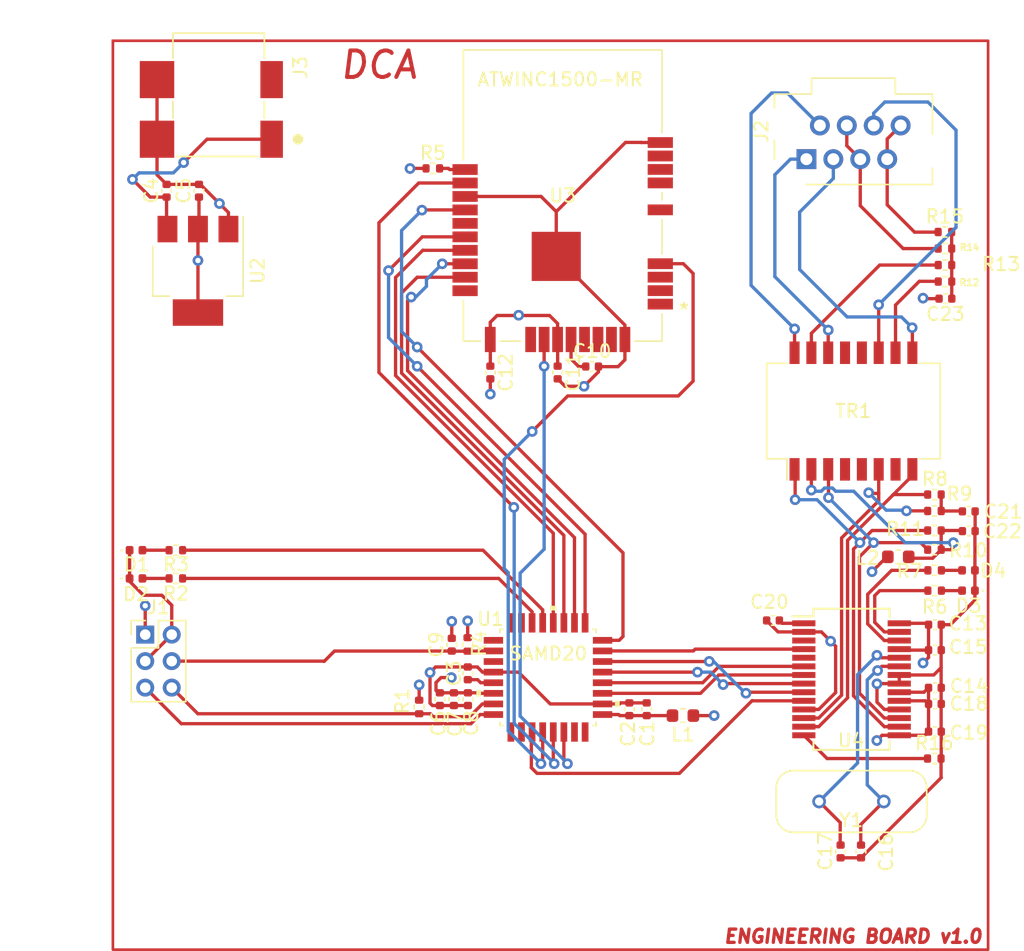
<source format=kicad_pcb>
(kicad_pcb (version 20211014) (generator pcbnew)
  (title_block (title "USMR Engineering Board") (date "2022-11-10") (rev "v1.0") (company "DCA"))
  (layers (0 "F.Cu" signal) (1 "In1.Cu" signal) (2 "In2.Cu" signal) (31 "B.Cu" signal) (34 "B.Paste" user) (35 "F.Paste" user) (36 "B.SilkS" user "B.Silkscreen") (37 "F.SilkS" user "F.Silkscreen") (38 "B.Mask" user) (39 "F.Mask" user) (44 "Edge.Cuts" user))
  (net 0 "")
  (net 1 "Net-(C1-Pad1)")
  (net 2 "GND")
  (net 3 "Net-(C3-Pad1)")
  (net 4 "+5V")
  (net 5 "VDD")
  (net 6 "Net-(C9-Pad1)")
  (net 7 "Net-(C10-Pad1)")
  (net 8 "Net-(C16-Pad2)")
  (net 9 "Net-(C17-Pad2)")
  (net 10 "Net-(C20-Pad1)")
  (net 11 "Net-(C21-Pad1)")
  (net 12 "Net-(C22-Pad1)")
  (net 13 "Net-(C23-Pad1)")
  (net 14 "Net-(D1-Pad2)")
  (net 15 "Net-(D2-Pad2)")
  (net 16 "Net-(D3-Pad2)")
  (net 17 "Net-(D4-Pad2)")
  (net 18 "Net-(J1-Pad5)")
  (net 19 "Net-(J1-Pad6)")
  (net 20 "Net-(J2-Pad1)")
  (net 21 "Net-(J2-Pad2)")
  (net 22 "Net-(J2-Pad3)")
  (net 23 "Net-(J2-Pad4)")
  (net 24 "Net-(J2-Pad6)")
  (net 25 "Net-(J2-Pad7)")
  (net 26 "Net-(R2-Pad2)")
  (net 27 "Net-(R3-Pad2)")
  (net 28 "Net-(R5-Pad2)")
  (net 29 "Net-(R6-Pad1)")
  (net 30 "Net-(R7-Pad2)")
  (net 31 "Net-(R8-Pad1)")
  (net 32 "Net-(R9-Pad2)")
  (net 33 "Net-(R10-Pad1)")
  (net 34 "Net-(R11-Pad2)")
  (net 35 "Net-(R12-Pad1)")
  (net 36 "Net-(R13-Pad1)")
  (net 37 "Net-(R16-Pad1)")
  (net 39 "ENC_EXTINT")
  (net 40 "WINC_EXTINT")
  (net 41 "ENC_RESET")
  (net 42 "WINC_RESET")
  (net 43 "WINC_WAKE")
  (net 44 "WINC_CHIP_EN")
  (net 47 "ENC_MOSI")
  (net 48 "ENC_MISO")
  (net 49 "ENC_SCK")
  (net 50 "ENC_SS")
  (net 53 "WINC_MOSI")
  (net 54 "WINC_MISO")
  (net 55 "WINC_SS")
  (net 61 "WINC_SCK")
  (footprint "Capacitor_SMD:C_0402_1005Metric" (layer "F.Cu") (at 225.56 141.92 -90)
    (fp_text reference "C6")
    (fp_text value "100nF")
  )
  (footprint "Capacitor_SMD:C_0402_1005Metric" (layer "F.Cu") (at 265.47 127.75)
    (fp_text reference "C21")
    (fp_text value "0.1uF")
  )
  (footprint "Capacitor_SMD:C_0402_1005Metric" (layer "F.Cu") (at 262.915 144.37)
    (fp_text reference "C19")
    (fp_text value "100nF")
  )
  (footprint "Transformer_SMD:Transformer_Ethernet_Bourns_PT61017PEL" (layer "F.Cu") (at 256.77 120.18 90)
    (fp_text reference "TR1")
    (fp_text value "1:1CT")
  )
  (footprint "LED_SMD:LED_0402_1005Metric" (layer "F.Cu") (at 202.635 132.81)
    (fp_text reference "D2")
    (fp_text value "LED")
  )
  (footprint "Capacitor_SMD:C_0402_1005Metric" (layer "F.Cu") (at 250.7 135.98 180)
    (fp_text reference "C20")
    (fp_text value "10uF")
  )
  (footprint "Capacitor_SMD:C_0402_1005Metric" (layer "F.Cu") (at 262.915 142.28)
    (fp_text reference "C18")
    (fp_text value "100nF")
  )
  (footprint "LED_SMD:LED_0402_1005Metric" (layer "F.Cu") (at 265.45 133.73 180)
    (fp_text reference "D3")
    (fp_text value "LED")
  )
  (footprint "Resistor_SMD:R_0402_1005Metric" (layer "F.Cu") (at 262.895 133.73)
    (fp_text reference "R6")
    (fp_text value "330Ω")
  )
  (footprint "Resistor_SMD:R_0402_1005Metric" (layer "F.Cu") (at 262.88 126.48)
    (fp_text reference "R8")
    (fp_text value "50Ω")
  )
  (footprint "Capacitor_SMD:C_0402_1005Metric" (layer "F.Cu") (at 241.17 142.68 90)
    (fp_text reference "C1")
    (fp_text value "100nF")
  )
  (footprint "2022-10-03_01-58-55:ATSAMD20E18A-AU" (layer "F.Cu") (at 233.72 140.28 90)
    (fp_text reference "U1")
    (fp_text value "SAMD20")
  )
  (footprint "Capacitor_SMD:C_0402_1005Metric" (layer "F.Cu") (at 262.915 138.22 180)
    (fp_text reference "C15")
    (fp_text value "100nF")
  )
  (footprint "LED_SMD:LED_0402_1005Metric" (layer "F.Cu") (at 202.635 130.68)
    (fp_text reference "D1")
    (fp_text value "LED")
  )
  (footprint "Capacitor_SMD:C_0402_1005Metric" (layer "F.Cu") (at 255.8 153.41 90)
    (fp_text reference "C17")
    (fp_text value "18pF")
  )
  (footprint "Capacitor_SMD:C_0402_1005Metric" (layer "F.Cu") (at 257.34 153.41 90)
    (fp_text reference "C16")
    (fp_text value "18pF")
  )
  (footprint "barrel:CUI_PJ-018H-SMT-TR" (layer "F.Cu") (at 212.87 99.67 -90)
    (fp_text reference "J3")
    (fp_text value "Barrel_Jack_Switch")
  )
  (footprint "Capacitor_SMD:C_0402_1005Metric" (layer "F.Cu") (at 226.62 141.92 -90)
    (fp_text reference "C7")
    (fp_text value "33nF")
  )
  (footprint "Resistor_SMD:R_0402_1005Metric" (layer "F.Cu") (at 263.6725 107.916666)
    (fp_text reference "R14")
    (fp_text value "75Ω")
  )
  (footprint "Package_TO_SOT_SMD:SOT-223-3_TabPin2" (layer "F.Cu") (at 207.308911 109.598819 -90)
    (fp_text reference "U2")
    (fp_text value "LD1117S33TR_SOT223")
  )
  (footprint "Capacitor_SMD:C_0402_1005Metric" (layer "F.Cu") (at 207.385629 103.556271 90)
    (fp_text reference "C5")
    (fp_text value "10uF")
  )
  (footprint "Capacitor_SMD:C_0402_1005Metric" (layer "F.Cu") (at 226.46 137.81 90)
    (fp_text reference "C9")
    (fp_text value "100nF")
  )
  (footprint "Capacitor_SMD:C_0402_1005Metric" (layer "F.Cu") (at 229.37 117.27 -90)
    (fp_text reference "C12")
    (fp_text value "100nF")
  )
  (footprint "Resistor_SMD:R_0402_1005Metric" (layer "F.Cu") (at 262.87 146.4)
    (fp_text reference "R16")
    (fp_text value "2.32kΩ")
  )
  (footprint "Connector_RJ:RJ45_Plug_Metz_AJP92A8813" (layer "F.Cu") (at 253.22 101.171664 90)
    (fp_text reference "J2")
    (fp_text value "RJ45")
  )
  (footprint "Resistor_SMD:R_0402_1005Metric" (layer "F.Cu") (at 224 142.51 -90)
    (fp_text reference "R1")
    (fp_text value "1k")
  )
  (footprint "Capacitor_SMD:C_0402_1005Metric" (layer "F.Cu") (at 265.47 129.24)
    (fp_text reference "C22")
    (fp_text value "0.1uF")
  )
  (footprint "Resistor_SMD:R_0402_1005Metric" (layer "F.Cu") (at 263.675 109.163332)
    (fp_text reference "R13")
    (fp_text value "75Ω")
  )
  (footprint "ATWINK1500REAL:ATWINC1500-MR210PB1961" (layer "F.Cu") (at 234.83 103.92)
    (fp_text reference "U3")
    (fp_text value "ATWINC1500-MR")
  )
  (footprint "Capacitor_SMD:C_0402_1005Metric" (layer "F.Cu") (at 237.05 116.82)
    (fp_text reference "C10")
    (fp_text value "100nF")
  )
  (footprint "Resistor_SMD:R_0402_1005Metric" (layer "F.Cu") (at 263.67 106.67)
    (fp_text reference "R15")
    (fp_text value "75Ω")
  )
  (footprint "Capacitor_SMD:C_0402_1005Metric" (layer "F.Cu") (at 262.915 141.06)
    (fp_text reference "C14")
    (fp_text value "100nF")
  )
  (footprint "Resistor_SMD:R_0402_1005Metric" (layer "F.Cu") (at 262.895 132.2 180)
    (fp_text reference "R7")
    (fp_text value "330Ω")
  )
  (footprint "Resistor_SMD:R_0402_1005Metric" (layer "F.Cu") (at 225.03 101.87)
    (fp_text reference "R5")
    (fp_text value "1M")
  )
  (footprint "Capacitor_SMD:C_0402_1005Metric" (layer "F.Cu") (at 227.68 141.92 -90)
    (fp_text reference "C8")
    (fp_text value "1nF")
  )
  (footprint "Resistor_SMD:R_0402_1005Metric" (layer "F.Cu") (at 262.88 130.64)
    (fp_text reference "R10")
    (fp_text value "50Ω")
  )
  (footprint "Capacitor_SMD:C_0402_1005Metric" (layer "F.Cu") (at 227.67 139.97 90)
    (fp_text reference "C3")
    (fp_text value "1uF")
  )
  (footprint "Resistor_SMD:R_0402_1005Metric" (layer "F.Cu") (at 227.66 137.79 -90)
    (fp_text reference "R4")
    (fp_text value "10k")
  )
  (footprint "Resistor_SMD:R_0402_1005Metric" (layer "F.Cu") (at 263.6775 110.41)
    (fp_text reference "R12")
    (fp_text value "75Ω")
  )
  (footprint "Capacitor_SMD:C_0402_1005Metric" (layer "F.Cu") (at 239.86 142.68 90)
    (fp_text reference "C2")
    (fp_text value "10uF")
  )
  (footprint "Capacitor_SMD:C_0402_1005Metric" (layer "F.Cu") (at 263.71 111.7 180)
    (fp_text reference "C23")
    (fp_text value "1nF")
  )
  (footprint "LED_SMD:LED_0402_1005Metric" (layer "F.Cu") (at 265.45 132.2 180)
    (fp_text reference "D4")
    (fp_text value "LED")
  )
  (footprint "Capacitor_SMD:C_0402_1005Metric" (layer "F.Cu") (at 234.45 117.27 -90)
    (fp_text reference "C11")
    (fp_text value "100nF")
  )
  (footprint "Package_SO:SSOP-28_5.3x10.2mm_P0.65mm" (layer "F.Cu") (at 256.625 140.42)
    (fp_text reference "U4")
    (fp_text value "ENC28J60")
  )
  (footprint "Connector_PinHeader_2.00mm:PinHeader_2x03_P2.00mm_Vertical" (layer "F.Cu") (at 203.33 137.05)
    (fp_text reference "J1")
    (fp_text value "Conn_02x03_Counter_Clockwise")
  )
  (footprint "Inductor_SMD:L_0603_1608Metric" (layer "F.Cu") (at 260.1525 131.18 180)
    (fp_text reference "L2")
    (fp_text value "10uH")
  )
  (footprint "Resistor_SMD:R_0402_1005Metric" (layer "F.Cu") (at 262.88 127.72 180)
    (fp_text reference "R9")
    (fp_text value "50Ω")
  )
  (footprint "Capacitor_SMD:C_0402_1005Metric" (layer "F.Cu") (at 262.915 136.3 180)
    (fp_text reference "C13")
    (fp_text value "100nF")
  )
  (footprint "Resistor_SMD:R_0402_1005Metric" (layer "F.Cu") (at 205.64 132.81)
    (fp_text reference "R2")
    (fp_text value "330")
  )
  (footprint "Inductor_SMD:L_0603_1608Metric" (layer "F.Cu") (at 243.9025 143.16 180)
    (fp_text reference "L1")
    (fp_text value "10uH")
  )
  (footprint "osc:XTAL_ECS-160-20-4X" (layer "F.Cu") (at 256.62 149.64)
    (fp_text reference "Y1")
    (fp_text value "25MHz")
  )
  (footprint "Resistor_SMD:R_0402_1005Metric" (layer "F.Cu") (at 262.88 129.193332 180)
    (fp_text reference "R11")
    (fp_text value "50Ω")
  )
  (footprint "Capacitor_SMD:C_0402_1005Metric" (layer "F.Cu") (at 204.939984 103.556271 90)
    (fp_text reference "C4")
    (fp_text value "0.1uF")
  )
  (footprint "Resistor_SMD:R_0402_1005Metric" (layer "F.Cu") (at 205.64 130.68)
    (fp_text reference "R3")
    (fp_text value "330")
  )
  (gr_rect (start 200.89 92.24) (end 266.93 160.82) (layer "F.Cu") (width 0.2) (fill none))
  (gr_text "DCA" (at 220.95 94.06) (layer "F.Cu") (effects (font (size 2 2) (thickness 0.3) italic)))
  (gr_text "ENGINEERING BOARD v1.0\n" (at 256.75 159.82) (layer "F.Cu") (effects (font (size 1 1) (thickness 0.25) italic)))
  (segment (start 243.115 143.16) (end 241.17 143.16) (width 0.25) (layer "F.Cu") (net 1))
  (segment (start 239.05 143.08) (end 237.838999 143.079999) (width 0.25) (layer "F.Cu") (net 1))
  (segment (start 239.13 143.16) (end 239.05 143.08) (width 0.25) (layer "F.Cu") (net 1))
  (segment (start 241.17 143.16) (end 239.86 143.16) (width 0.25) (layer "F.Cu") (net 1))
  (segment (start 239.86 143.16) (end 239.13 143.16) (width 0.25) (layer "F.Cu") (net 1))
  (segment (start 234.45 117.75) (end 235.01 118.31) (width 0.25) (layer "F.Cu") (net 2))
  (segment (start 236.44 118.31) (end 237.53 117.22) (width 0.25) (layer "F.Cu") (net 2))
  (segment (start 250.22 135.98) (end 250.22 135.987609) (width 0.25) (layer "F.Cu") (net 2))
  (segment (start 260.225 140.745) (end 258.56 140.745) (width 0.25) (layer "F.Cu") (net 2))
  (segment (start 204.58 134.08) (end 205.34 134.84) (width 0.25) (layer "F.Cu") (net 2))
  (segment (start 260.225 140.095) (end 262.83 140.095) (width 0.25) (layer "F.Cu") (net 2))
  (segment (start 263.385 139.54) (end 263.385 141.06) (width 0.25) (layer "F.Cu") (net 2))
  (segment (start 260.225 140.095) (end 260.225 140.745) (width 0.25) (layer "F.Cu") (net 2))
  (segment (start 205.33 137.05) (end 205.33 134.85) (width 0.25) (layer "F.Cu") (net 2))
  (segment (start 239.21 142.2) (end 239.13 142.28) (width 0.25) (layer "F.Cu") (net 2))
  (segment (start 253.025 142.695) (end 254.15 142.695) (width 0.25) (layer "F.Cu") (net 2))
  (segment (start 260.225 142.695) (end 259.1 142.695) (width 0.25) (layer "F.Cu") (net 2))
  (segment (start 207.385629 103.076271) (end 207.486363 103.076271) (width 0.25) (layer "F.Cu") (net 2))
  (segment (start 263.38 146.4) (end 263.38 147.827609) (width 0.25) (layer "F.Cu") (net 2))
  (segment (start 264.085 136.3) (end 263.395 136.3) (width 0.25) (layer "F.Cu") (net 2))
  (segment (start 263.385 138.22) (end 263.385 139.54) (width 0.25) (layer "F.Cu") (net 2))
  (segment (start 239.86 142.2) (end 239.21 142.2) (width 0.25) (layer "F.Cu") (net 2))
  (segment (start 263.385 141.06) (end 263.385 142.28) (width 0.25) (layer "F.Cu") (net 2))
  (segment (start 224.82 139.91) (end 225.24 139.49) (width 0.25) (layer "F.Cu") (net 2))
  (segment (start 226.46 137.33) (end 226.46 136.05) (width 0.25) (layer "F.Cu") (net 2))
  (segment (start 227.68 142.4) (end 226.62 142.4) (width 0.25) (layer "F.Cu") (net 2))
  (segment (start 240.754 99.91) (end 239.57 99.91) (width 0.25) (layer "F.Cu") (net 2))
  (segment (start 202.15 133.03) (end 203.2 134.08) (width 0.25) (layer "F.Cu") (net 2))
  (segment (start 251.077391 136.845) (end 253.025 136.845) (width 0.25) (layer "F.Cu") (net 2))
  (segment (start 224.82 142.22) (end 224.82 139.91) (width 0.25) (layer "F.Cu") (net 2))
  (segment (start 206.236271 103.076271) (end 207.385629 103.076271) (width 0.25) (layer "F.Cu") (net 2))
  (segment (start 263.23 111.7) (end 262.06 111.7) (width 0.25) (layer "F.Cu") (net 2))
  (segment (start 233.198 103.988) (end 234.345 105.135) (width 0.25) (layer "F.Cu") (net 2))
  (segment (start 235.01 118.31) (end 236.44 118.31) (width 0.25) (layer "F.Cu") (net 2))
  (segment (start 205.33 134.85) (end 205.34 134.84) (width 0.25) (layer "F.Cu") (net 2))
  (segment (start 263.395 146.385) (end 263.38 146.4) (width 0.25) (layer "F.Cu") (net 2))
  (segment (start 254.35 136.845) (end 253.025 136.845) (width 0.25) (layer "F.Cu") (net 2))
  (segment (start 237.53 117.22) (end 237.53 116.82) (width 0.25) (layer "F.Cu") (net 2))
  (segment (start 263.38 147.827609) (end 263.395 147.842609) (width 0.25) (layer "F.Cu") (net 2))
  (segment (start 202.15 132.81) (end 202.15 133.03) (width 0.25) (layer "F.Cu") (net 2))
  (segment (start 229.601001 139.880001) (end 231.490001 139.880001) (width 0.25) (layer "F.Cu") (net 2))
  (segment (start 239.57 99.91) (end 234.345 105.135) (width 0.25) (layer "F.Cu") (net 2))
  (segment (start 263.385 136.3) (end 263.385 138.22) (width 0.25) (layer "F.Cu") (net 2))
  (segment (start 255.425 137.92) (end 254.35 136.845) (width 0.25) (layer "F.Cu") (net 2))
  (segment (start 204.22 102.356287) (end 204.939984 103.076271) (width 0.25) (layer "F.Cu") (net 2))
  (segment (start 257.34 153.89) (end 257.347609 153.89) (width 0.25) (layer "F.Cu") (net 2))
  (segment (start 262.83 140.095) (end 263.385 139.54) (width 0.25) (layer "F.Cu") (net 2))
  (segment (start 237.53 116.82) (end 237.54 116.83) (width 0.25) (layer "F.Cu") (net 2))
  (segment (start 265.935 133.73) (end 265.935 134.45) (width 0.25) (layer "F.Cu") (net 2))
  (segment (start 255.8 153.89) (end 257.34 153.89) (width 0.25) (layer "F.Cu") (net 2))
  (segment (start 239.525 114.780001) (end 239.525 113.69) (width 0.25) (layer "F.Cu") (net 2))
  (segment (start 234.345 105.135) (end 234.345 108.51) (width 0.25) (layer "F.Cu") (net 2))
  (segment (start 227.464998 103.988) (end 233.198 103.988) (width 0.25) (layer "F.Cu") (net 2))
  (segment (start 239.01 116.83) (end 239.525 116.315) (width 0.25) (layer "F.Cu") (net 2))
  (segment (start 265.935 132.2) (end 265.935 129.255) (width 0.25) (layer "F.Cu") (net 2))
  (segment (start 225.24 139.49) (end 227.68 139.49) (width 0.25) (layer "F.Cu") (net 2))
  (segment (start 228.39 139.49) (end 227.68 139.49) (width 0.25) (layer "F.Cu") (net 2))
  (segment (start 265.935 134.45) (end 264.085 136.3) (width 0.25) (layer "F.Cu") (net 2))
  (segment (start 259.1 142.695) (end 258.545 142.14) (width 0.25) (layer "F.Cu") (net 2))
  (segment (start 263.385 142.28) (end 263.385 144.37) (width 0.25) (layer "F.Cu") (net 2))
  (segment (start 203.2 134.08) (end 204.58 134.08) (width 0.25) (layer "F.Cu") (net 2))
  (segment (start 229.601001 139.880001) (end 228.780001 139.880001) (width 0.25) (layer "F.Cu") (net 2))
  (segment (start 239.525 113.69) (end 234.345 108.51) (width 0.25) (layer "F.Cu") (net 2))
  (segment (start 258.56 140.745) (end 258.545 140.76) (width 0.25) (layer "F.Cu") (net 2))
  (segment (start 263.395 144.37) (end 263.395 146.385) (width 0.25) (layer "F.Cu") (net 2))
  (segment (start 255.425 141.42) (end 255.425 137.92) (width 0.25) (layer "F.Cu") (net 2))
  (segment (start 265.935 132.2) (end 265.935 133.73) (width 0.25) (layer "F.Cu") (net 2))
  (segment (start 225.56 142.4) (end 225 142.4) (width 0.25) (layer "F.Cu") (net 2))
  (segment (start 209.608911 105.198819) (end 209.608911 106.448819) (width 0.25) (layer "F.Cu") (net 2))
  (segment (start 239.525 116.315) (end 239.525 114.780001) (width 0.25) (layer "F.Cu") (net 2))
  (segment (start 228.780001 139.880001) (end 228.39 139.49) (width 0.25) (layer "F.Cu") (net 2))
  (segment (start 250.22 135.987609) (end 251.077391 136.845) (width 0.25) (layer "F.Cu") (net 2))
  (segment (start 226.62 142.4) (end 225.56 142.4) (width 0.25) (layer "F.Cu") (net 2))
  (segment (start 265.935 129.255) (end 265.95 129.24) (width 0.25) (layer "F.Cu") (net 2))
  (segment (start 265.95 127.75) (end 265.95 129.24) (width 0.25) (layer "F.Cu") (net 2))
  (segment (start 229.37 117.75) (end 229.37 118.9) (width 0.25) (layer "F.Cu") (net 2))
  (segment (start 240.762 99.918) (end 240.754 99.91) (width 0.25) (layer "F.Cu") (net 2))
  (segment (start 257.347609 153.89) (end 263.395 147.842609) (width 0.25) (layer "F.Cu") (net 2))
  (segment (start 208.930046 104.519954) (end 209.608911 105.198819) (width 0.25) (layer "F.Cu") (net 2))
  (segment (start 204.939984 103.076271) (end 206.236271 103.076271) (width 0.25) (layer "F.Cu") (net 2))
  (segment (start 237.838999 142.280001) (end 233.890001 142.280001) (width 0.25) (layer "F.Cu") (net 2))
  (segment (start 202.15 132.81) (end 202.15 130.68) (width 0.25) (layer "F.Cu") (net 2))
  (segment (start 204.22 95.17) (end 204.22 99.67) (width 0.25) (layer "F.Cu") (net 2))
  (segment (start 204.22 99.67) (end 204.22 102.356287) (width 0.25) (layer "F.Cu") (net 2))
  (segment (start 225 142.4) (end 224.82 142.22) (width 0.25) (layer "F.Cu") (net 2))
  (segment (start 241.17 142.2) (end 239.86 142.2) (width 0.25) (layer "F.Cu") (net 2))
  (segment (start 242.195002 99.918) (end 240.762 99.918) (width 0.25) (layer "F.Cu") (net 2))
  (segment (start 258.545 142.14) (end 258.545 140.76) (width 0.25) (layer "F.Cu") (net 2))
  (segment (start 262.06 111.7) (end 262.02 111.66) (width 0.25) (layer "F.Cu") (net 2))
  (segment (start 233.890001 142.280001) (end 231.490001 139.880001) (width 0.25) (layer "F.Cu") (net 2))
  (segment (start 239.13 142.28) (end 237.838999 142.280001) (width 0.25) (layer "F.Cu") (net 2))
  (segment (start 237.54 116.83) (end 239.01 116.83) (width 0.25) (layer "F.Cu") (net 2))
  (segment (start 254.15 142.695) (end 255.425 141.42) (width 0.25) (layer "F.Cu") (net 2))
  (segment (start 207.486363 103.076271) (end 208.930046 104.519954) (width 0.25) (layer "F.Cu") (net 2))
  (segment (start 203.33 139.05) (end 205.33 137.05) (width 0.25) (layer "F.Cu") (net 2))
  (via (at 236.44 118.31) (size 0.8) (drill 0.4) (layers "F.Cu" "B.Cu") (net 2))
  (via (at 229.37 118.9) (size 0.8) (drill 0.4) (layers "F.Cu" "B.Cu") (net 2))
  (via (at 208.930046 104.519954) (size 0.8) (drill 0.4) (layers "F.Cu" "B.Cu") (net 2))
  (via (at 224.82 139.91) (size 0.8) (drill 0.4) (layers "F.Cu" "B.Cu") (net 2))
  (via (at 226.46 136.05) (size 0.8) (drill 0.4) (layers "F.Cu" "B.Cu") (net 2))
  (via (at 255.0475 137.5425) (size 0.8) (drill 0.4) (layers "F.Cu" "B.Cu") (net 2))
  (via (at 262.02 111.66) (size 0.8) (drill 0.4) (layers "F.Cu" "B.Cu") (net 2))
  (via (at 258.545 140.76) (size 0.8) (drill 0.4) (layers "F.Cu" "B.Cu") (net 2))
  (segment (start 228.639999 140.679999) (end 228.41 140.45) (width 0.25) (layer "F.Cu") (net 3))
  (segment (start 228.41 140.45) (end 227.68 140.45) (width 0.25) (layer "F.Cu") (net 3))
  (segment (start 229.601001 140.679999) (end 228.639999 140.679999) (width 0.25) (layer "F.Cu") (net 3))
  (segment (start 207.99 99.67) (end 206.23 101.43) (width 0.25) (layer "F.Cu") (net 4))
  (segment (start 202.37 102.7) (end 203.706271 104.036271) (width 0.25) (layer "F.Cu") (net 4))
  (segment (start 203.706271 104.036271) (end 204.939984 104.036271) (width 0.25) (layer "F.Cu") (net 4))
  (segment (start 204.939984 106.379892) (end 205.008911 106.448819) (width 0.25) (layer "F.Cu") (net 4))
  (segment (start 204.939984 104.036271) (end 204.939984 106.379892) (width 0.25) (layer "F.Cu") (net 4))
  (segment (start 212.87 99.67) (end 207.99 99.67) (width 0.25) (layer "F.Cu") (net 4))
  (via (at 206.23 101.43) (size 0.8) (drill 0.4) (layers "F.Cu" "B.Cu") (net 4))
  (via (at 202.37 102.7) (size 0.8) (drill 0.4) (layers "F.Cu" "B.Cu") (net 4))
  (segment (start 205.45 102.21) (end 202.91 102.21) (width 0.25) (layer "B.Cu") (net 4))
  (segment (start 202.91 102.21) (end 202.86 102.21) (width 0.25) (layer "B.Cu") (net 4))
  (segment (start 206.23 101.43) (end 205.45 102.21) (width 0.25) (layer "B.Cu") (net 4))
  (segment (start 202.86 102.21) (end 202.37 102.7) (width 0.25) (layer "B.Cu") (net 4))
  (segment (start 234.45 116.79) (end 234.45 114.785001) (width 0.25) (layer "F.Cu") (net 5))
  (segment (start 227.68 141.44) (end 226.62 141.44) (width 0.25) (layer "F.Cu") (net 5))
  (segment (start 225.45 141.44) (end 225.27 141.26) (width 0.25) (layer "F.Cu") (net 5))
  (segment (start 262.425 141.06) (end 262.09 141.395) (width 0.25) (layer "F.Cu") (net 5))
  (segment (start 262.09 141.395) (end 260.225 141.395) (width 0.25) (layer "F.Cu") (net 5))
  (segment (start 262.425 136.3) (end 262.32 136.195) (width 0.25) (layer "F.Cu") (net 5))
  (segment (start 223.32 101.87) (end 223.31 101.88) (width 0.25) (layer "F.Cu") (net 5))
  (segment (start 262.435 138.22) (end 262.435 138.775) (width 0.25) (layer "F.Cu") (net 5))
  (segment (start 226.62 141.44) (end 225.56 141.44) (width 0.25) (layer "F.Cu") (net 5))
  (segment (start 260.3 138.22) (end 260.225 138.145) (width 0.25) (layer "F.Cu") (net 5))
  (segment (start 262.15 144.645) (end 260.225 144.645) (width 0.25) (layer "F.Cu") (net 5))
  (segment (start 258.93 144.645) (end 258.535 145.04) (width 0.25) (layer "F.Cu") (net 5))
  (segment (start 225.27 140.67) (end 225.65 140.29) (width 0.25) (layer "F.Cu") (net 5))
  (segment (start 262.32 136.195) (end 260.225 136.195) (width 0.25) (layer "F.Cu") (net 5))
  (segment (start 228.39 141.48) (end 228.35 141.44) (width 0.25) (layer "F.Cu") (net 5))
  (segment (start 231.55 112.95) (end 231.57 112.97) (width 0.25) (layer "F.Cu") (net 5))
  (segment (start 244.69 143.16) (end 246.26 143.16) (width 0.25) (layer "F.Cu") (net 5))
  (segment (start 262.435 136.3) (end 262.435 138.22) (width 0.25) (layer "F.Cu") (net 5))
  (segment (start 229.601001 141.48) (end 228.39 141.48) (width 0.25) (layer "F.Cu") (net 5))
  (segment (start 207.308911 112.748819) (end 207.308911 108.818911) (width 0.25) (layer "F.Cu") (net 5))
  (segment (start 225.27 141.26) (end 225.27 140.67) (width 0.25) (layer "F.Cu") (net 5))
  (segment (start 229.37 114.785001) (end 229.365 114.780001) (width 0.25) (layer "F.Cu") (net 5))
  (segment (start 227.66 137.28) (end 227.66 136.01) (width 0.25) (layer "F.Cu") (net 5))
  (segment (start 262.425 144.37) (end 262.15 144.645) (width 0.25) (layer "F.Cu") (net 5))
  (segment (start 234.445 114.780001) (end 234.445 113.577501) (width 0.25) (layer "F.Cu") (net 5))
  (segment (start 231.57 112.97) (end 229.88 112.97) (width 0.25) (layer "F.Cu") (net 5))
  (segment (start 231.51 112.95) (end 231.55 112.95) (width 0.25) (layer "F.Cu") (net 5))
  (segment (start 262.435 138.775) (end 262.02 139.19) (width 0.25) (layer "F.Cu") (net 5))
  (segment (start 262.425 142.28) (end 262.19 142.045) (width 0.25) (layer "F.Cu") (net 5))
  (segment (start 203.33 137.05) (end 203.33 134.87) (width 0.25) (layer "F.Cu") (net 5))
  (segment (start 234.445 113.577501) (end 233.837499 112.97) (width 0.25) (layer "F.Cu") (net 5))
  (segment (start 229.88 112.97) (end 229.365 113.485) (width 0.25) (layer "F.Cu") (net 5))
  (segment (start 233.837499 112.97) (end 231.57 112.97) (width 0.25) (layer "F.Cu") (net 5))
  (segment (start 259.29 131.18) (end 258.17 132.3) (width 0.25) (layer "F.Cu") (net 5))
  (segment (start 234.45 114.785001) (end 234.445 114.780001) (width 0.25) (layer "F.Cu") (net 5))
  (segment (start 229.37 116.79) (end 229.37 114.785001) (width 0.25) (layer "F.Cu") (net 5))
  (segment (start 262.425 138.22) (end 260.3 138.22) (width 0.25) (layer "F.Cu") (net 5))
  (segment (start 224.52 101.87) (end 223.32 101.87) (width 0.25) (layer "F.Cu") (net 5))
  (segment (start 262.435 142.28) (end 262.435 144.37) (width 0.25) (layer "F.Cu") (net 5))
  (segment (start 228.35 141.44) (end 227.68 141.44) (width 0.25) (layer "F.Cu") (net 5))
  (segment (start 225.56 141.44) (end 225.45 141.44) (width 0.25) (layer "F.Cu") (net 5))
  (segment (start 259.365 131.18) (end 259.29 131.18) (width 0.25) (layer "F.Cu") (net 5))
  (segment (start 207.385629 106.372101) (end 207.308911 106.448819) (width 0.25) (layer "F.Cu") (net 5))
  (segment (start 229.365 113.485) (end 229.365 114.780001) (width 0.25) (layer "F.Cu") (net 5))
  (segment (start 260.225 144.645) (end 258.93 144.645) (width 0.25) (layer "F.Cu") (net 5))
  (segment (start 262.435 141.06) (end 262.435 142.28) (width 0.25) (layer "F.Cu") (net 5))
  (segment (start 262.19 142.045) (end 260.225 142.045) (width 0.25) (layer "F.Cu") (net 5))
  (segment (start 207.308911 108.818911) (end 207.308911 106.448819) (width 0.25) (layer "F.Cu") (net 5))
  (segment (start 224 142) (end 224 140.84) (width 0.25) (layer "F.Cu") (net 5))
  (segment (start 225.65 140.29) (end 226.43 140.29) (width 0.25) (layer "F.Cu") (net 5))
  (segment (start 207.385629 104.036271) (end 207.385629 106.372101) (width 0.25) (layer "F.Cu") (net 5))
  (via (at 262.02 139.19) (size 0.8) (drill 0.4) (layers "F.Cu" "B.Cu") (net 5))
  (via (at 223.31 101.88) (size 0.8) (drill 0.4) (layers "F.Cu" "B.Cu") (net 5))
  (via (at 258.17 132.3) (size 0.8) (drill 0.4) (layers "F.Cu" "B.Cu") (net 5))
  (via (at 246.26 143.16) (size 0.8) (drill 0.4) (layers "F.Cu" "B.Cu") (net 5))
  (via (at 231.51 112.95) (size 0.8) (drill 0.4) (layers "F.Cu" "B.Cu") (net 5))
  (via (at 258.535 145.04) (size 0.8) (drill 0.4) (layers "F.Cu" "B.Cu") (net 5))
  (via (at 207.308911 108.818911) (size 0.8) (drill 0.4) (layers "F.Cu" "B.Cu") (net 5))
  (via (at 224 140.84) (size 0.8) (drill 0.4) (layers "F.Cu" "B.Cu") (net 5))
  (via (at 227.66 136.01) (size 0.8) (drill 0.4) (layers "F.Cu" "B.Cu") (net 5))
  (via (at 226.43 140.29) (size 0.8) (drill 0.4) (layers "F.Cu" "B.Cu") (net 5))
  (via (at 203.33 134.87) (size 0.8) (drill 0.4) (layers "F.Cu" "B.Cu") (net 5))
  (segment (start 228.4 138.3) (end 227.66 138.3) (width 0.25) (layer "F.Cu") (net 6))
  (segment (start 228.420001 138.279999) (end 228.4 138.3) (width 0.25) (layer "F.Cu") (net 6))
  (segment (start 217.61 138.29) (end 216.83 139.07) (width 0.25) (layer "F.Cu") (net 6))
  (segment (start 226.47 138.3) (end 226.46 138.29) (width 0.25) (layer "F.Cu") (net 6))
  (segment (start 226.46 138.29) (end 217.61 138.29) (width 0.25) (layer "F.Cu") (net 6))
  (segment (start 216.81 139.05) (end 205.33 139.05) (width 0.25) (layer "F.Cu") (net 6))
  (segment (start 229.601001 138.279999) (end 228.420001 138.279999) (width 0.25) (layer "F.Cu") (net 6))
  (segment (start 216.83 139.07) (end 216.81 139.05) (width 0.25) (layer "F.Cu") (net 6))
  (segment (start 227.66 138.3) (end 226.47 138.3) (width 0.25) (layer "F.Cu") (net 6))
  (segment (start 235.461 116.251) (end 235.461 114.780001) (width 0.25) (layer "F.Cu") (net 7))
  (segment (start 236.03 116.82) (end 235.461 116.251) (width 0.25) (layer "F.Cu") (net 7))
  (segment (start 236.57 116.82) (end 236.03 116.82) (width 0.25) (layer "F.Cu") (net 7))
  (segment (start 257.32 152.91) (end 257.34 152.93) (width 0.25) (layer "F.Cu") (net 8))
  (segment (start 258.905 139.445) (end 258.59 139.76) (width 0.25) (layer "F.Cu") (net 8))
  (segment (start 257.32 151.38) (end 257.32 152.91) (width 0.25) (layer "F.Cu") (net 8))
  (segment (start 260.225 139.445) (end 258.905 139.445) (width 0.25) (layer "F.Cu") (net 8))
  (segment (start 259.06 149.64) (end 257.32 151.38) (width 0.25) (layer "F.Cu") (net 8))
  (via (at 258.59 139.76) (size 0.8) (drill 0.4) (layers "F.Cu" "B.Cu") (net 8))
  (segment (start 257.81 140.469695) (end 257.81 148.39) (width 0.25) (layer "B.Cu") (net 8))
  (segment (start 258.519695 139.76) (end 257.81 140.469695) (width 0.25) (layer "B.Cu") (net 8))
  (segment (start 258.59 139.76) (end 258.519695 139.76) (width 0.25) (layer "B.Cu") (net 8))
  (segment (start 257.81 148.39) (end 259.06 149.64) (width 0.25) (layer "B.Cu") (net 8))
  (segment (start 258.725 138.795) (end 258.54 138.61) (width 0.25) (layer "F.Cu") (net 9))
  (segment (start 255.77 152.9) (end 255.8 152.93) (width 0.25) (layer "F.Cu") (net 9))
  (segment (start 260.225 138.795) (end 258.725 138.795) (width 0.25) (layer "F.Cu") (net 9))
  (segment (start 255.77 151.23) (end 255.77 152.9) (width 0.25) (layer "F.Cu") (net 9))
  (segment (start 254.18 149.64) (end 255.77 151.23) (width 0.25) (layer "F.Cu") (net 9))
  (via (at 258.54 138.61) (size 0.8) (drill 0.4) (layers "F.Cu" "B.Cu") (net 9))
  (segment (start 257.08 140.07) (end 257.08 146.74) (width 0.25) (layer "B.Cu") (net 9))
  (segment (start 258.54 138.61) (end 257.08 140.07) (width 0.25) (layer "B.Cu") (net 9))
  (segment (start 257.08 146.74) (end 254.18 149.64) (width 0.25) (layer "B.Cu") (net 9))
  (segment (start 251.395 136.195) (end 251.18 135.98) (width 0.25) (layer "F.Cu") (net 10))
  (segment (start 253.025 136.195) (end 251.395 136.195) (width 0.25) (layer "F.Cu") (net 10))
  (segment (start 264.96 127.72) (end 264.99 127.75) (width 0.25) (layer "F.Cu") (net 11))
  (segment (start 263.39 126.48) (end 263.39 127.72) (width 0.25) (layer "F.Cu") (net 11))
  (segment (start 263.39 127.72) (end 264.96 127.72) (width 0.25) (layer "F.Cu") (net 11))
  (segment (start 263.39 129.193332) (end 264.943332 129.193332) (width 0.25) (layer "F.Cu") (net 12))
  (segment (start 264.11 130.64) (end 263.39 130.64) (width 0.25) (layer "F.Cu") (net 12))
  (segment (start 264.943332 129.193332) (end 264.99 129.24) (width 0.25) (layer "F.Cu") (net 12))
  (segment (start 253.595 126.1405) (end 253.595 124.58) (width 0.25) (layer "F.Cu") (net 12))
  (segment (start 263.39 129.193332) (end 263.39 130.64) (width 0.25) (layer "F.Cu") (net 12))
  (segment (start 261.045 131.285) (end 260.94 131.18) (width 0.25) (layer "F.Cu") (net 12))
  (segment (start 263.39 130.64) (end 262.745 131.285) (width 0.25) (layer "F.Cu") (net 12))
  (segment (start 264.31 130.44) (end 264.11 130.64) (width 0.25) (layer "F.Cu") (net 12))
  (segment (start 253.59 126.1455) (end 253.595 126.1405) (width 0.25) (layer "F.Cu") (net 12))
  (segment (start 264.31 130.11) (end 264.31 130.44) (width 0.25) (layer "F.Cu") (net 12))
  (segment (start 262.745 131.285) (end 261.045 131.285) (width 0.25) (layer "F.Cu") (net 12))
  (via (at 253.59 126.1455) (size 0.8) (drill 0.4) (layers "F.Cu" "B.Cu") (net 12))
  (via (at 264.31 130.11) (size 0.8) (drill 0.4) (layers "F.Cu" "B.Cu") (net 12))
  (segment (start 256.784695 126.23) (end 260.664695 130.11) (width 0.25) (layer "B.Cu") (net 12))
  (segment (start 255.187604 125.987701) (end 254.586994 125.987701) (width 0.25) (layer "B.Cu") (net 12))
  (segment (start 260.664695 130.11) (end 264.31 130.11) (width 0.25) (layer "B.Cu") (net 12))
  (segment (start 253.6745 126.23) (end 254.344695 126.23) (width 0.25) (layer "B.Cu") (net 12))
  (segment (start 255.429903 126.23) (end 255.187604 125.987701) (width 0.25) (layer "B.Cu") (net 12))
  (segment (start 255.429903 126.23) (end 256.784695 126.23) (width 0.25) (layer "B.Cu") (net 12))
  (segment (start 253.59 126.1455) (end 253.6745 126.23) (width 0.25) (layer "B.Cu") (net 12))
  (segment (start 254.586994 125.987701) (end 254.344695 126.23) (width 0.25) (layer "B.Cu") (net 12))
  (segment (start 264.18 106.67) (end 264.18 107.914166) (width 0.25) (layer "F.Cu") (net 13))
  (segment (start 264.1875 110.41) (end 264.1875 111.6975) (width 0.25) (layer "F.Cu") (net 13))
  (segment (start 264.185 110.4075) (end 264.1875 110.41) (width 0.25) (layer "F.Cu") (net 13))
  (segment (start 264.1875 111.6975) (end 264.19 111.7) (width 0.25) (layer "F.Cu") (net 13))
  (segment (start 264.1825 109.160832) (end 264.185 109.163332) (width 0.25) (layer "F.Cu") (net 13))
  (segment (start 264.18 107.914166) (end 264.1825 107.916666) (width 0.25) (layer "F.Cu") (net 13))
  (segment (start 264.185 109.163332) (end 264.185 110.4075) (width 0.25) (layer "F.Cu") (net 13))
  (segment (start 264.1825 107.916666) (end 264.1825 109.160832) (width 0.25) (layer "F.Cu") (net 13))
  (segment (start 205.13 130.68) (end 203.12 130.68) (width 0.25) (layer "F.Cu") (net 14))
  (segment (start 205.13 132.81) (end 203.12 132.81) (width 0.25) (layer "F.Cu") (net 15))
  (segment (start 263.405 133.73) (end 264.965 133.73) (width 0.25) (layer "F.Cu") (net 16))
  (segment (start 263.405 132.2) (end 264.965 132.2) (width 0.25) (layer "F.Cu") (net 17))
  (segment (start 206.05 143.77) (end 203.33 141.05) (width 0.25) (layer "F.Cu") (net 18))
  (segment (start 228.604006 143.079999) (end 227.914005 143.77) (width 0.25) (layer "F.Cu") (net 18))
  (segment (start 229.601001 143.079999) (end 228.604006 143.079999) (width 0.25) (layer "F.Cu") (net 18))
  (segment (start 227.914005 143.77) (end 206.05 143.77) (width 0.25) (layer "F.Cu") (net 18))
  (segment (start 228.76761 142.279999) (end 227.807609 143.24) (width 0.25) (layer "F.Cu") (net 19))
  (segment (start 225.06 143.24) (end 224.84 143.02) (width 0.25) (layer "F.Cu") (net 19))
  (segment (start 207.3 143.02) (end 205.33 141.05) (width 0.25) (layer "F.Cu") (net 19))
  (segment (start 227.807609 143.24) (end 225.06 143.24) (width 0.25) (layer "F.Cu") (net 19))
  (segment (start 229.601001 142.279999) (end 228.76761 142.279999) (width 0.25) (layer "F.Cu") (net 19))
  (segment (start 224.84 143.02) (end 224 143.02) (width 0.25) (layer "F.Cu") (net 19))
  (segment (start 224 143.02) (end 207.3 143.02) (width 0.25) (layer "F.Cu") (net 19))
  (segment (start 254.865 115.78) (end 254.865 114.075) (width 0.25) (layer "F.Cu") (net 20))
  (segment (start 254.865 114.075) (end 254.87 114.07) (width 0.25) (layer "F.Cu") (net 20))
  (via (at 254.87 114.07) (size 0.8) (drill 0.4) (layers "F.Cu" "B.Cu") (net 20))
  (segment (start 254.87 114.07) (end 250.84 110.04) (width 0.25) (layer "B.Cu") (net 20))
  (segment (start 250.84 102.35) (end 252.018336 101.171664) (width 0.25) (layer "B.Cu") (net 20))
  (segment (start 252.018336 101.171664) (end 253.22 101.171664) (width 0.25) (layer "B.Cu") (net 20))
  (segment (start 250.84 110.04) (end 250.84 102.35) (width 0.25) (layer "B.Cu") (net 20))
  (segment (start 252.325 113.985) (end 252.33 113.98) (width 0.25) (layer "F.Cu") (net 21))
  (segment (start 252.325 115.78) (end 252.325 113.985) (width 0.25) (layer "F.Cu") (net 21))
  (via (at 252.33 113.98) (size 0.8) (drill 0.4) (layers "F.Cu" "B.Cu") (net 21))
  (segment (start 249.042795 110.692795) (end 249.042795 97.727205) (width 0.25) (layer "B.Cu") (net 21))
  (segment (start 252.33 113.98) (end 249.042795 110.692795) (width 0.25) (layer "B.Cu") (net 21))
  (segment (start 250.59 96.18) (end 251.784336 96.18) (width 0.25) (layer "B.Cu") (net 21))
  (segment (start 251.784336 96.18) (end 254.236 98.631664) (width 0.25) (layer "B.Cu") (net 21))
  (segment (start 249.042795 97.727205) (end 250.59 96.18) (width 0.25) (layer "B.Cu") (net 21))
  (segment (start 261.215 113.905) (end 261.2 113.89) (width 0.25) (layer "F.Cu") (net 22))
  (segment (start 261.215 115.78) (end 261.215 113.905) (width 0.25) (layer "F.Cu") (net 22))
  (via (at 261.2 113.89) (size 0.8) (drill 0.4) (layers "F.Cu" "B.Cu") (net 22))
  (segment (start 252.71 109.5) (end 252.71 105.17) (width 0.25) (layer "B.Cu") (net 22))
  (segment (start 260.39 113.08) (end 256.29 113.08) (width 0.25) (layer "B.Cu") (net 22))
  (segment (start 255.252 102.628) (end 255.252 101.171664) (width 0.25) (layer "B.Cu") (net 22))
  (segment (start 261.2 113.89) (end 260.39 113.08) (width 0.25) (layer "B.Cu") (net 22))
  (segment (start 256.29 113.08) (end 252.71 109.5) (width 0.25) (layer "B.Cu") (net 22))
  (segment (start 252.71 105.17) (end 255.252 102.628) (width 0.25) (layer "B.Cu") (net 22))
  (segment (start 256.268 98.631664) (end 256.268 100.155664) (width 0.25) (layer "F.Cu") (net 23))
  (segment (start 256.268 100.155664) (end 257.284 101.171664) (width 0.25) (layer "F.Cu") (net 23))
  (segment (start 260.52 107.92) (end 263.156666 107.92) (width 0.25) (layer "F.Cu") (net 23))
  (segment (start 257.284 104.684) (end 260.52 107.92) (width 0.25) (layer "F.Cu") (net 23))
  (segment (start 263.156666 107.92) (end 263.16 107.916666) (width 0.25) (layer "F.Cu") (net 23))
  (segment (start 257.284 101.171664) (end 257.284 104.684) (width 0.25) (layer "F.Cu") (net 23))
  (segment (start 258.675 115.78) (end 258.675 112.165) (width 0.25) (layer "F.Cu") (net 24))
  (segment (start 258.675 112.165) (end 258.67 112.16) (width 0.25) (layer "F.Cu") (net 24))
  (via (at 258.67 112.16) (size 0.8) (drill 0.4) (layers "F.Cu" "B.Cu") (net 24))
  (segment (start 262.387542 96.86) (end 259.14 96.86) (width 0.25) (layer "B.Cu") (net 24))
  (segment (start 258.67 112.16) (end 264.509205 106.320795) (width 0.25) (layer "B.Cu") (net 24))
  (segment (start 259.14 96.86) (end 258.3 97.7) (width 0.25) (layer "B.Cu") (net 24))
  (segment (start 264.509205 98.981663) (end 262.387542 96.86) (width 0.25) (layer "B.Cu") (net 24))
  (segment (start 264.509205 106.320795) (end 264.509205 98.981663) (width 0.25) (layer "B.Cu") (net 24))
  (segment (start 258.3 97.7) (end 258.3 98.631664) (width 0.25) (layer "B.Cu") (net 24))
  (segment (start 259.316 101.171664) (end 259.316 104.616) (width 0.25) (layer "F.Cu") (net 25))
  (segment (start 263.15 106.68) (end 263.16 106.67) (width 0.25) (layer "F.Cu") (net 25))
  (segment (start 261.38 106.68) (end 263.15 106.68) (width 0.25) (layer "F.Cu") (net 25))
  (segment (start 260.332 98.631664) (end 259.316 99.647664) (width 0.25) (layer "F.Cu") (net 25))
  (segment (start 259.316 104.616) (end 261.38 106.68) (width 0.25) (layer "F.Cu") (net 25))
  (segment (start 259.316 99.647664) (end 259.316 101.171664) (width 0.25) (layer "F.Cu") (net 25))
  (segment (start 232.52 136.161001) (end 232.52 135.326401) (width 0.25) (layer "F.Cu") (net 26))
  (segment (start 232.52 135.326401) (end 230.003599 132.81) (width 0.25) (layer "F.Cu") (net 26))
  (segment (start 230.003599 132.81) (end 206.15 132.81) (width 0.25) (layer "F.Cu") (net 26))
  (segment (start 233.320001 136.161001) (end 233.320001 135.180002) (width 0.25) (layer "F.Cu") (net 27))
  (segment (start 228.819999 130.68) (end 206.15 130.68) (width 0.25) (layer "F.Cu") (net 27))
  (segment (start 233.320001 135.180002) (end 228.819999 130.68) (width 0.25) (layer "F.Cu") (net 27))
  (segment (start 226.296 101.956) (end 226.21 101.87) (width 0.25) (layer "F.Cu") (net 28))
  (segment (start 227.464998 101.956) (end 226.296 101.956) (width 0.25) (layer "F.Cu") (net 28))
  (segment (start 226.21 101.87) (end 225.54 101.87) (width 0.25) (layer "F.Cu") (net 28))
  (segment (start 258.375 134.11) (end 258.755 133.73) (width 0.25) (layer "F.Cu") (net 29))
  (segment (start 260.225 136.845) (end 259.1 136.845) (width 0.25) (layer "F.Cu") (net 29))
  (segment (start 259.1 136.845) (end 258.375 136.12) (width 0.25) (layer "F.Cu") (net 29))
  (segment (start 258.755 133.73) (end 262.385 133.73) (width 0.25) (layer "F.Cu") (net 29))
  (segment (start 258.375 136.12) (end 258.375 134.11) (width 0.25) (layer "F.Cu") (net 29))
  (segment (start 260.225 137.495) (end 259.1 137.495) (width 0.25) (layer "F.Cu") (net 30))
  (segment (start 259.1 137.495) (end 257.845 136.24) (width 0.25) (layer "F.Cu") (net 30))
  (segment (start 257.845 134.003604) (end 259.648604 132.2) (width 0.25) (layer "F.Cu") (net 30))
  (segment (start 257.845 136.24) (end 257.845 134.003604) (width 0.25) (layer "F.Cu") (net 30))
  (segment (start 259.648604 132.2) (end 262.385 132.2) (width 0.25) (layer "F.Cu") (net 30))
  (segment (start 254.15 143.995) (end 256.325 141.82) (width 0.25) (layer "F.Cu") (net 31))
  (segment (start 259.7175 126.5475) (end 261.215 125.05) (width 0.25) (layer "F.Cu") (net 31))
  (segment (start 256.325 141.82) (end 256.325 129.94) (width 0.25) (layer "F.Cu") (net 31))
  (segment (start 262.37 126.48) (end 259.785 126.48) (width 0.25) (layer "F.Cu") (net 31))
  (segment (start 256.325 129.94) (end 259.7175 126.5475) (width 0.25) (layer "F.Cu") (net 31))
  (segment (start 261.215 125.05) (end 261.215 124.58) (width 0.25) (layer "F.Cu") (net 31))
  (segment (start 253.025 143.995) (end 254.15 143.995) (width 0.25) (layer "F.Cu") (net 31))
  (segment (start 259.785 126.48) (end 259.7175 126.5475) (width 0.25) (layer "F.Cu") (net 31))
  (segment (start 257.975 126.395) (end 257.92 126.34) (width 0.25) (layer "F.Cu") (net 32))
  (segment (start 255.875 141.62) (end 255.875 129.753604) (width 0.25) (layer "F.Cu") (net 32))
  (segment (start 260.77 127.71) (end 262.36 127.71) (width 0.25) (layer "F.Cu") (net 32))
  (segment (start 258.675 126.395) (end 258.675 124.58) (width 0.25) (layer "F.Cu") (net 32))
  (segment (start 255.875 129.753604) (end 258.675 126.953604) (width 0.25) (layer "F.Cu") (net 32))
  (segment (start 258.675 126.953604) (end 258.675 126.395) (width 0.25) (layer "F.Cu") (net 32))
  (segment (start 258.675 126.395) (end 257.975 126.395) (width 0.25) (layer "F.Cu") (net 32))
  (segment (start 253.025 143.345) (end 254.15 143.345) (width 0.25) (layer "F.Cu") (net 32))
  (segment (start 262.36 127.71) (end 262.37 127.72) (width 0.25) (layer "F.Cu") (net 32))
  (segment (start 254.15 143.345) (end 255.875 141.62) (width 0.25) (layer "F.Cu") (net 32))
  (via (at 260.77 127.71) (size 0.8) (drill 0.4) (layers "F.Cu" "B.Cu") (net 32))
  (via (at 257.92 126.34) (size 0.8) (drill 0.4) (layers "F.Cu" "B.Cu") (net 32))
  (segment (start 260.61 127.66) (end 260.72 127.66) (width 0.25) (layer "B.Cu") (net 32))
  (segment (start 257.92 126.34) (end 259.24 127.66) (width 0.25) (layer "B.Cu") (net 32))
  (segment (start 260.72 127.66) (end 260.77 127.71) (width 0.25) (layer "B.Cu") (net 32))
  (segment (start 259.24 127.66) (end 260.61 127.66) (width 0.25) (layer "B.Cu") (net 32))
  (segment (start 260.225 143.345) (end 259.1 143.345) (width 0.25) (layer "F.Cu") (net 33))
  (segment (start 257.225 131.175) (end 258.29 130.11) (width 0.25) (layer "F.Cu") (net 33))
  (segment (start 261.84 130.11) (end 262.37 130.64) (width 0.25) (layer "F.Cu") (net 33))
  (segment (start 259.1 143.345) (end 257.225 141.47) (width 0.25) (layer "F.Cu") (net 33))
  (segment (start 254.887299 126.712701) (end 254.887299 124.602299) (width 0.25) (layer "F.Cu") (net 33))
  (segment (start 257.225 141.47) (end 257.225 131.175) (width 0.25) (layer "F.Cu") (net 33))
  (segment (start 254.887299 124.602299) (end 254.865 124.58) (width 0.25) (layer "F.Cu") (net 33))
  (segment (start 258.29 130.11) (end 261.84 130.11) (width 0.25) (layer "F.Cu") (net 33))
  (via (at 258.29 130.11) (size 0.8) (drill 0.4) (layers "F.Cu" "B.Cu") (net 33))
  (via (at 254.887299 126.712701) (size 0.8) (drill 0.4) (layers "F.Cu" "B.Cu") (net 33))
  (segment (start 258.29 130.11) (end 254.892701 126.712701) (width 0.25) (layer "B.Cu") (net 33))
  (segment (start 254.892701 126.712701) (end 254.887299 126.712701) (width 0.25) (layer "B.Cu") (net 33))
  (segment (start 259.1 143.995) (end 256.775 141.67) (width 0.25) (layer "F.Cu") (net 34))
  (segment (start 252.37 124.625) (end 252.325 124.58) (width 0.25) (layer "F.Cu") (net 34))
  (segment (start 252.37 126.87) (end 252.37 124.625) (width 0.25) (layer "F.Cu") (net 34))
  (segment (start 257.26 130.11) (end 258.176668 129.193332) (width 0.25) (layer "F.Cu") (net 34))
  (segment (start 256.775 130.595) (end 257.26 130.11) (width 0.25) (layer "F.Cu") (net 34))
  (segment (start 260.225 143.995) (end 259.1 143.995) (width 0.25) (layer "F.Cu") (net 34))
  (segment (start 256.775 141.67) (end 256.775 130.595) (width 0.25) (layer "F.Cu") (net 34))
  (segment (start 258.176668 129.193332) (end 262.37 129.193332) (width 0.25) (layer "F.Cu") (net 34))
  (via (at 252.37 126.87) (size 0.8) (drill 0.4) (layers "F.Cu" "B.Cu") (net 34))
  (via (at 257.26 130.11) (size 0.8) (drill 0.4) (layers "F.Cu" "B.Cu") (net 34))
  (segment (start 254.02 126.87) (end 252.37 126.87) (width 0.25) (layer "B.Cu") (net 34))
  (segment (start 257.26 130.11) (end 254.02 126.87) (width 0.25) (layer "B.Cu") (net 34))
  (segment (start 261.74 110.39) (end 263.14 110.39) (width 0.25) (layer "F.Cu") (net 35))
  (segment (start 259.945 115.78) (end 259.945 112.185) (width 0.25) (layer "F.Cu") (net 35))
  (segment (start 263.14 110.39) (end 263.16 110.41) (width 0.25) (layer "F.Cu") (net 35))
  (segment (start 259.945 112.185) (end 261.74 110.39) (width 0.25) (layer "F.Cu") (net 35))
  (segment (start 253.595 115.78) (end 253.595 114.319695) (width 0.25) (layer "F.Cu") (net 36))
  (segment (start 253.595 114.319695) (end 258.751363 109.163332) (width 0.25) (layer "F.Cu") (net 36))
  (segment (start 258.751363 109.163332) (end 263.17 109.163332) (width 0.25) (layer "F.Cu") (net 36))
  (segment (start 254.78 146.4) (end 253.025 144.645) (width 0.25) (layer "F.Cu") (net 37))
  (segment (start 262.36 146.4) (end 254.78 146.4) (width 0.25) (layer "F.Cu") (net 37))
  (segment (start 244.825 138.145) (end 244.689999 138.280001) (width 0.25) (layer "F.Cu") (net 39))
  (segment (start 253.025 138.145) (end 244.825 138.145) (width 0.25) (layer "F.Cu") (net 39))
  (segment (start 244.689999 138.280001) (end 237.838999 138.280001) (width 0.25) (layer "F.Cu") (net 39))
  (segment (start 239.38 137.19) (end 239.38 130.879104) (width 0.25) (layer "F.Cu") (net 40))
  (segment (start 239.089999 137.480001) (end 239.38 137.19) (width 0.25) (layer "F.Cu") (net 40))
  (segment (start 224.226 105.004) (end 227.464998 105.004) (width 0.25) (layer "F.Cu") (net 40))
  (segment (start 224.21 105.02) (end 224.226 105.004) (width 0.25) (layer "F.Cu") (net 40))
  (segment (start 239.38 130.879104) (end 223.850896 115.35) (width 0.25) (layer "F.Cu") (net 40))
  (segment (start 237.838999 137.480001) (end 239.089999 137.480001) (width 0.25) (layer "F.Cu") (net 40))
  (via (at 224.21 105.02) (size 0.8) (drill 0.4) (layers "F.Cu" "B.Cu") (net 40))
  (via (at 223.850896 115.35) (size 0.8) (drill 0.4) (layers "F.Cu" "B.Cu") (net 40))
  (segment (start 222.672698 114.171802) (end 222.672698 106.557302) (width 0.25) (layer "B.Cu") (net 40))
  (segment (start 223.850896 115.35) (end 222.672698 114.171802) (width 0.25) (layer "B.Cu") (net 40))
  (segment (start 222.672698 106.557302) (end 224.21 105.02) (width 0.25) (layer "B.Cu") (net 40))
  (segment (start 232.465 147.090305) (end 232.894695 147.52) (width 0.25) (layer "F.Cu") (net 41))
  (segment (start 232.465 144.453999) (end 232.465 147.090305) (width 0.25) (layer "F.Cu") (net 41))
  (segment (start 249.117403 142.037402) (end 249.125001 142.045) (width 0.25) (layer "F.Cu") (net 41))
  (segment (start 249.125001 142.045) (end 253.025 142.045) (width 0.25) (layer "F.Cu") (net 41))
  (segment (start 243.634805 147.52) (end 249.117403 142.037402) (width 0.25) (layer "F.Cu") (net 41))
  (segment (start 232.52 144.398999) (end 232.465 144.453999) (width 0.25) (layer "F.Cu") (net 41))
  (segment (start 232.894695 147.52) (end 243.634805 147.52) (width 0.25) (layer "F.Cu") (net 41))
  (segment (start 232.53 121.72) (end 235.21 119.04) (width 0.25) (layer "F.Cu") (net 42))
  (segment (start 233.320001 146.659999) (end 233.19 146.79) (width 0.25) (layer "F.Cu") (net 42))
  (segment (start 235.21 119.04) (end 243.55 119.04) (width 0.25) (layer "F.Cu") (net 42))
  (segment (start 233.320001 144.398999) (end 233.320001 146.659999) (width 0.25) (layer "F.Cu") (net 42))
  (segment (start 243.932 109.062) (end 242.195002 109.062) (width 0.25) (layer "F.Cu") (net 42))
  (segment (start 244.67 117.92) (end 244.67 109.8) (width 0.25) (layer "F.Cu") (net 42))
  (segment (start 244.67 109.8) (end 243.932 109.062) (width 0.25) (layer "F.Cu") (net 42))
  (segment (start 243.55 119.04) (end 244.67 117.92) (width 0.25) (layer "F.Cu") (net 42))
  (via (at 232.53 121.72) (size 0.8) (drill 0.4) (layers "F.Cu" "B.Cu") (net 42))
  (via (at 233.19 146.79) (size 0.8) (drill 0.4) (layers "F.Cu" "B.Cu") (net 42))
  (segment (start 230.4177 123.8323) (end 232.53 121.72) (width 0.25) (layer "B.Cu") (net 42))
  (segment (start 233.19 146.79) (end 230.72 144.32) (width 0.25) (layer "B.Cu") (net 42))
  (segment (start 230.72 144.32) (end 230.72 132.37) (width 0.25) (layer "B.Cu") (net 42))
  (segment (start 230.72 132.37) (end 230.4177 132.0677) (width 0.25) (layer "B.Cu") (net 42))
  (segment (start 230.4177 132.0677) (end 230.4177 123.8323) (width 0.25) (layer "B.Cu") (net 42))
  (segment (start 220.965 105.975) (end 223.968 102.972) (width 0.25) (layer "F.Cu") (net 43))
  (segment (start 234.119999 144.398999) (end 234.119999 146.750538) (width 0.25) (layer "F.Cu") (net 43))
  (segment (start 234.119999 146.750538) (end 234.189064 146.819603) (width 0.25) (layer "F.Cu") (net 43))
  (segment (start 223.968 102.972) (end 227.464998 102.972) (width 0.25) (layer "F.Cu") (net 43))
  (segment (start 220.965 117.2696) (end 220.965 105.975) (width 0.25) (layer "F.Cu") (net 43))
  (segment (start 231.1427 127.4473) (end 220.965 117.2696) (width 0.25) (layer "F.Cu") (net 43))
  (via (at 234.189064 146.79) (size 0.8) (drill 0.4) (layers "F.Cu" "B.Cu") (net 43))
  (via (at 231.1427 127.4473) (size 0.8) (drill 0.4) (layers "F.Cu" "B.Cu") (net 43))
  (segment (start 231.17 127.4746) (end 231.1427 127.4473) (width 0.25) (layer "B.Cu") (net 43))
  (segment (start 234.189064 146.763759) (end 231.17 143.744695) (width 0.25) (layer "B.Cu") (net 43))
  (segment (start 231.17 143.744695) (end 231.17 127.4746) (width 0.25) (layer "B.Cu") (net 43))
  (segment (start 233.43 114.781001) (end 233.429 114.780001) (width 0.25) (layer "F.Cu") (net 44))
  (segment (start 234.92 146.521522) (end 235.188478 146.79) (width 0.25) (layer "F.Cu") (net 44))
  (segment (start 234.92 144.398999) (end 234.92 146.521522) (width 0.25) (layer "F.Cu") (net 44))
  (segment (start 233.43 116.8) (end 233.43 114.781001) (width 0.25) (layer "F.Cu") (net 44))
  (via (at 233.43 116.8) (size 0.8) (drill 0.4) (layers "F.Cu" "B.Cu") (net 44))
  (via (at 235.188478 146.79) (size 0.8) (drill 0.4) (layers "F.Cu" "B.Cu") (net 44))
  (segment (start 235.188478 146.766486) (end 231.62 143.198008) (width 0.25) (layer "B.Cu") (net 44))
  (segment (start 231.62 132.41) (end 233.43 130.6) (width 0.25) (layer "B.Cu") (net 44))
  (segment (start 233.43 130.6) (end 233.43 116.8) (width 0.25) (layer "B.Cu") (net 44))
  (segment (start 231.62 143.198008) (end 231.62 132.41) (width 0.25) (layer "B.Cu") (net 44))
  (segment (start 237.838999 141.48) (end 245.23 141.48) (width 0.25) (layer "F.Cu") (net 47))
  (segment (start 246.615 140.095) (end 253.025 140.095) (width 0.25) (layer "F.Cu") (net 47))
  (segment (start 245.23 141.48) (end 246.615 140.095) (width 0.25) (layer "F.Cu") (net 47))
  (segment (start 245.393605 140.679999) (end 246.628604 139.445) (width 0.25) (layer "F.Cu") (net 48))
  (segment (start 237.838999 140.679999) (end 245.393605 140.679999) (width 0.25) (layer "F.Cu") (net 48))
  (segment (start 246.628604 139.445) (end 253.025 139.445) (width 0.25) (layer "F.Cu") (net 48))
  (segment (start 247.011799 140.745) (end 253.025 140.745) (width 0.25) (layer "F.Cu") (net 49))
  (segment (start 237.838999 139.880001) (end 245 139.88) (width 0.25) (layer "F.Cu") (net 49))
  (segment (start 246.937299 140.8195) (end 247.011799 140.745) (width 0.25) (layer "F.Cu") (net 49))
  (via (at 245 139.88) (size 0.8) (drill 0.4) (layers "F.Cu" "B.Cu") (net 49))
  (via (at 246.937299 140.8195) (size 0.8) (drill 0.4) (layers "F.Cu" "B.Cu") (net 49))
  (segment (start 245 139.88) (end 245.997799 139.88) (width 0.25) (layer "B.Cu") (net 49))
  (segment (start 245.997799 139.88) (end 246.937299 140.8195) (width 0.25) (layer "B.Cu") (net 49))
  (segment (start 237.838999 139.08) (end 245.88 139.08) (width 0.25) (layer "F.Cu") (net 50))
  (segment (start 248.66 141.4695) (end 248.7345 141.395) (width 0.25) (layer "F.Cu") (net 50))
  (segment (start 245.88 139.08) (end 245.89 139.07) (width 0.25) (layer "F.Cu") (net 50))
  (segment (start 248.7345 141.395) (end 253.025 141.395) (width 0.25) (layer "F.Cu") (net 50))
  (via (at 245.89 139.07) (size 0.8) (drill 0.4) (layers "F.Cu" "B.Cu") (net 50))
  (via (at 248.66 141.4695) (size 0.8) (drill 0.4) (layers "F.Cu" "B.Cu") (net 50))
  (segment (start 245.89 139.07) (end 246.213104 139.07) (width 0.25) (layer "B.Cu") (net 50))
  (segment (start 248.612604 141.4695) (end 248.66 141.4695) (width 0.25) (layer "B.Cu") (net 50))
  (segment (start 246.213104 139.07) (end 248.612604 141.4695) (width 0.25) (layer "B.Cu") (net 50))
  (segment (start 224.234 107.036) (end 227.464998 107.036) (width 0.25) (layer "F.Cu") (net 53))
  (segment (start 236.519999 136.161001) (end 236.519999 129.470407) (width 0.25) (layer "F.Cu") (net 53))
  (segment (start 221.69 109.58) (end 224.234 107.036) (width 0.25) (layer "F.Cu") (net 53))
  (segment (start 236.519999 129.470407) (end 223.850896 116.801304) (width 0.25) (layer "F.Cu") (net 53))
  (via (at 221.69 109.58) (size 0.8) (drill 0.4) (layers "F.Cu" "B.Cu") (net 53))
  (via (at 223.850896 116.801304) (size 0.8) (drill 0.4) (layers "F.Cu" "B.Cu") (net 53))
  (segment (start 223.850896 116.801304) (end 221.69 114.640408) (width 0.25) (layer "B.Cu") (net 53))
  (segment (start 221.69 114.640408) (end 221.69 109.58) (width 0.25) (layer "B.Cu") (net 53))
  (segment (start 227.464998 109.068) (end 225.742 109.068) (width 0.25) (layer "F.Cu") (net 54))
  (segment (start 235.720001 129.727209) (end 223.126396 117.133604) (width 0.25) (layer "F.Cu") (net 54))
  (segment (start 223.126396 117.133604) (end 223.126396 111.848601) (width 0.25) (layer "F.Cu") (net 54))
  (segment (start 223.126396 111.848601) (end 223.397698 111.577299) (width 0.25) (layer "F.Cu") (net 54))
  (segment (start 235.720001 136.161001) (end 235.720001 129.727209) (width 0.25) (layer "F.Cu") (net 54))
  (segment (start 225.742 109.068) (end 225.74 109.07) (width 0.25) (layer "F.Cu") (net 54))
  (via (at 225.74 109.07) (size 0.8) (drill 0.4) (layers "F.Cu" "B.Cu") (net 54))
  (via (at 223.397698 111.577299) (size 0.8) (drill 0.4) (layers "F.Cu" "B.Cu") (net 54))
  (segment (start 225.74 109.07) (end 224.55 110.26) (width 0.25) (layer "B.Cu") (net 54))
  (segment (start 224.55 110.77) (end 223.742701 111.577299) (width 0.25) (layer "B.Cu") (net 54))
  (segment (start 223.742701 111.577299) (end 223.397698 111.577299) (width 0.25) (layer "B.Cu") (net 54))
  (segment (start 224.55 110.26) (end 224.55 110.77) (width 0.25) (layer "B.Cu") (net 54))
  (segment (start 222.22 110.1) (end 224.28 108.04) (width 0.25) (layer "F.Cu") (net 55))
  (segment (start 234.119999 129.399999) (end 222.22 117.5) (width 0.25) (layer "F.Cu") (net 55))
  (segment (start 224.292 108.052) (end 227.464998 108.052) (width 0.25) (layer "F.Cu") (net 55))
  (segment (start 222.22 117.5) (end 222.22 110.1) (width 0.25) (layer "F.Cu") (net 55))
  (segment (start 234.119999 136.161001) (end 234.119999 129.399999) (width 0.25) (layer "F.Cu") (net 55))
  (segment (start 224.28 108.04) (end 224.292 108.052) (width 0.25) (layer "F.Cu") (net 55))
  (segment (start 234.92 136.161001) (end 234.92 129.563604) (width 0.25) (layer "F.Cu") (net 61))
  (segment (start 223.86 110.08) (end 223.864 110.084) (width 0.25) (layer "F.Cu") (net 61))
  (segment (start 234.92 129.563604) (end 222.673198 117.316802) (width 0.25) (layer "F.Cu") (net 61))
  (segment (start 223.864 110.084) (end 227.464998 110.084) (width 0.25) (layer "F.Cu") (net 61))
  (segment (start 222.673198 111.266802) (end 223.86 110.08) (width 0.25) (layer "F.Cu") (net 61))
  (segment (start 222.673198 117.316802) (end 222.673198 111.266802) (width 0.25) (layer "F.Cu") (net 61))
)
</source>
